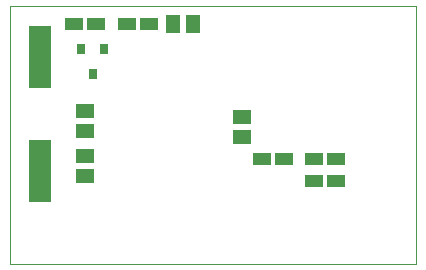
<source format=gbp>
G75*
G70*
%OFA0B0*%
%FSLAX24Y24*%
%IPPOS*%
%LPD*%
%AMOC8*
5,1,8,0,0,1.08239X$1,22.5*
%
%ADD10C,0.0000*%
%ADD11R,0.0315X0.0354*%
%ADD12R,0.0591X0.0394*%
%ADD13R,0.0512X0.0591*%
%ADD14R,0.0760X0.2100*%
%ADD15R,0.0591X0.0512*%
D10*
X000605Y000141D02*
X000605Y008718D01*
X014134Y008718D01*
X014134Y000141D01*
X000605Y000141D01*
D11*
X003355Y006458D03*
X003729Y007285D03*
X002981Y007285D03*
D12*
X002735Y008141D03*
X003475Y008141D03*
X004485Y008141D03*
X005225Y008141D03*
X008985Y003641D03*
X009725Y003641D03*
X010735Y003641D03*
X011475Y003641D03*
X011475Y002891D03*
X010735Y002891D03*
D13*
X006689Y008141D03*
X006020Y008141D03*
D14*
X001605Y007041D03*
X001605Y003241D03*
D15*
X003105Y003056D03*
X003105Y003726D03*
X003105Y004556D03*
X003105Y005226D03*
X008317Y005019D03*
X008317Y004350D03*
M02*

</source>
